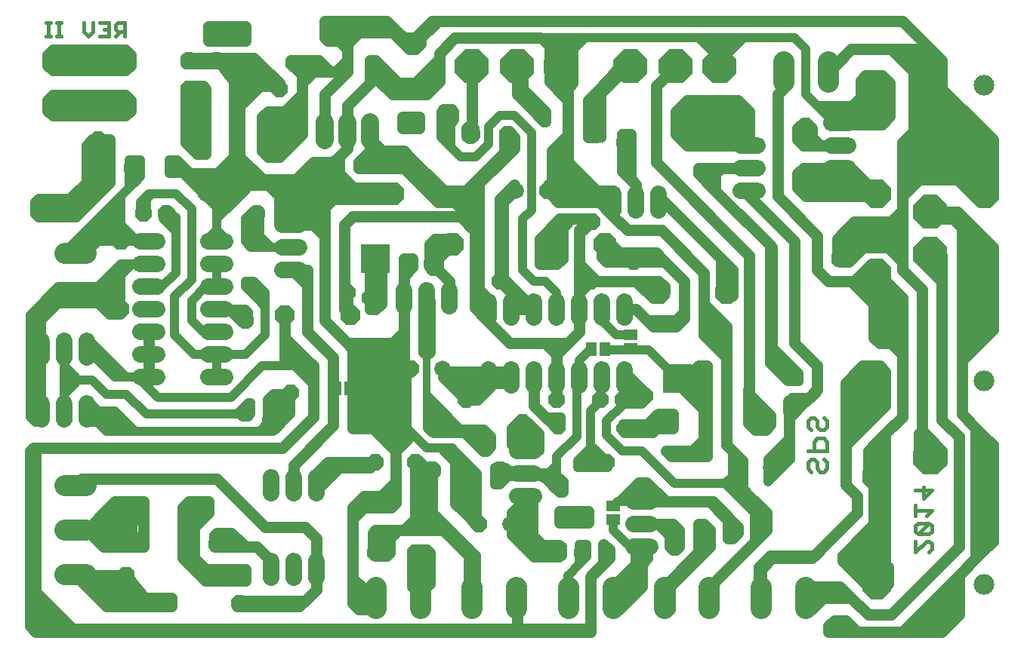
<source format=gbr>
G75*
%MOIN*%
%OFA0B0*%
%FSLAX24Y24*%
%IPPOS*%
%LPD*%
%AMOC8*
5,1,8,0,0,1.08239X$1,22.5*
%
%ADD10C,0.0180*%
%ADD11C,0.0150*%
%ADD12R,0.1000X0.1500*%
%ADD13R,0.2250X0.3500*%
%ADD14C,0.0920*%
%ADD15C,0.0720*%
%ADD16OC8,0.0720*%
%ADD17C,0.0720*%
%ADD18C,0.0872*%
%ADD19C,0.0833*%
%ADD20C,0.0840*%
%ADD21OC8,0.0760*%
%ADD22R,0.1280X0.1280*%
%ADD23OC8,0.1000*%
%ADD24C,0.0912*%
%ADD25C,0.0800*%
%ADD26R,0.0630X0.0460*%
%ADD27R,0.0460X0.0630*%
%ADD28C,0.1000*%
%ADD29C,0.0500*%
%ADD30C,0.0400*%
%ADD31C,0.0700*%
%ADD32C,0.0320*%
%ADD33OC8,0.1250*%
%ADD34OC8,0.1500*%
%ADD35OC8,0.0700*%
%ADD36OC8,0.0860*%
D10*
X041520Y019108D02*
X041657Y018971D01*
X041520Y019108D02*
X041520Y019381D01*
X041657Y019518D01*
X041794Y019518D01*
X041930Y019381D01*
X041930Y019108D01*
X042067Y018971D01*
X042204Y018971D01*
X042341Y019108D01*
X042341Y019381D01*
X042204Y019518D01*
X042341Y019892D02*
X041520Y019892D01*
X041794Y019892D02*
X041794Y020302D01*
X041930Y020439D01*
X042204Y020439D01*
X042341Y020302D01*
X042341Y019892D01*
X042204Y020813D02*
X042067Y020813D01*
X041930Y020949D01*
X041930Y021223D01*
X041794Y021360D01*
X041657Y021360D01*
X041520Y021223D01*
X041520Y020949D01*
X041657Y020813D01*
X042204Y020813D02*
X042341Y020949D01*
X042341Y021223D01*
X042204Y021360D01*
X011340Y038233D02*
X011340Y038814D01*
X011050Y038814D01*
X010953Y038717D01*
X010953Y038524D01*
X011050Y038427D01*
X011340Y038427D01*
X011147Y038427D02*
X010953Y038233D01*
X010640Y038233D02*
X010253Y038233D01*
X010447Y038524D02*
X010640Y038524D01*
X010640Y038814D02*
X010640Y038233D01*
X010640Y038814D02*
X010253Y038814D01*
X009940Y038814D02*
X009940Y038427D01*
X009747Y038233D01*
X009553Y038427D01*
X009553Y038814D01*
X008541Y038814D02*
X008347Y038814D01*
X008444Y038814D02*
X008444Y038233D01*
X008541Y038233D02*
X008347Y038233D01*
X008074Y038233D02*
X007881Y038233D01*
X007978Y038233D02*
X007978Y038814D01*
X008074Y038814D02*
X007881Y038814D01*
D11*
X046270Y018157D02*
X046981Y018157D01*
X046625Y017801D01*
X046625Y018275D01*
X046270Y017483D02*
X046270Y017010D01*
X046270Y017246D02*
X046981Y017246D01*
X046744Y017010D01*
X046862Y016691D02*
X046388Y016691D01*
X046270Y016573D01*
X046270Y016336D01*
X046388Y016218D01*
X046862Y016691D01*
X046981Y016573D01*
X046981Y016336D01*
X046862Y016218D01*
X046388Y016218D01*
X046270Y015900D02*
X046270Y015426D01*
X046744Y015900D01*
X046862Y015900D01*
X046981Y015781D01*
X046981Y015544D01*
X046862Y015426D01*
D12*
X011430Y016643D03*
D13*
X022555Y022893D03*
D14*
X022440Y013853D02*
X022440Y012933D01*
X024420Y012933D02*
X024420Y013853D01*
X026690Y013853D02*
X026690Y012933D01*
X028670Y012933D02*
X028670Y013853D01*
X030940Y013853D02*
X030940Y012933D01*
X032920Y012933D02*
X032920Y013853D01*
X035190Y013853D02*
X035190Y012933D01*
X037170Y012933D02*
X037170Y013853D01*
X039440Y013853D02*
X039440Y012933D01*
X041420Y012933D02*
X041420Y013853D01*
X009640Y014423D02*
X008720Y014423D01*
X008720Y016393D02*
X009640Y016393D01*
X009640Y018363D02*
X008720Y018363D01*
X008720Y026653D02*
X009640Y026653D01*
X009640Y028633D02*
X008720Y028633D01*
X008720Y035153D02*
X009640Y035153D01*
X009640Y037133D02*
X008720Y037133D01*
X040440Y037103D02*
X040440Y036183D01*
X042420Y036183D02*
X042420Y037103D01*
D15*
X028605Y031393D03*
X020980Y036643D03*
X014180Y035143D03*
X018680Y023843D03*
X025380Y023518D03*
X028380Y016643D03*
X038305Y016393D03*
X039880Y019143D03*
D16*
X038480Y019143D03*
X036930Y019768D03*
X035680Y019768D03*
X035243Y021143D03*
X034305Y022331D03*
X033368Y022143D03*
X032368Y022143D03*
X030430Y022143D03*
X028930Y021143D03*
X027305Y020143D03*
X024930Y021143D03*
X026430Y022143D03*
X023980Y023518D03*
X022180Y022643D03*
X018680Y022443D03*
X016680Y021643D03*
X016680Y025643D03*
X017180Y026893D03*
X021180Y026893D03*
X022180Y026643D03*
X023930Y028143D03*
X024930Y028143D03*
X026680Y029893D03*
X029805Y028268D03*
X027930Y027393D03*
X031930Y027393D03*
X033805Y028268D03*
X031993Y030018D03*
X031993Y031018D03*
X030005Y031393D03*
X028243Y033893D03*
X026680Y033893D03*
X025743Y034706D03*
X024180Y035893D03*
X022380Y036643D03*
X024180Y037893D03*
X020430Y038268D03*
X018805Y037018D03*
X018180Y035893D03*
X016805Y037018D03*
X015430Y037143D03*
X015430Y038143D03*
X016430Y038268D03*
X014180Y037143D03*
X014180Y035893D03*
X011180Y035143D03*
X010180Y033643D03*
X011680Y032393D03*
X013680Y032393D03*
X014180Y033643D03*
X013180Y030393D03*
X012180Y030393D03*
X008180Y030393D03*
X017180Y030393D03*
X019805Y032518D03*
X021805Y032518D03*
X029743Y034706D03*
X032243Y033893D03*
X033430Y033518D03*
X037430Y033518D03*
X037430Y034268D03*
X041430Y034268D03*
X040930Y023143D03*
X040930Y022081D03*
X039743Y021143D03*
X036930Y022081D03*
X036930Y023143D03*
X032618Y019393D03*
X031555Y019393D03*
X034305Y018331D03*
X035680Y015768D03*
X036930Y015768D03*
X039305Y016393D03*
X032618Y015393D03*
X031555Y015393D03*
X026980Y016643D03*
X024180Y015393D03*
X022430Y015393D03*
X022430Y019393D03*
X023305Y020143D03*
X024180Y019393D03*
X015430Y015768D03*
X016430Y013143D03*
X012430Y013143D03*
X011430Y015768D03*
X010930Y021393D03*
X010930Y023393D03*
X011180Y037143D03*
D17*
X018320Y029893D02*
X019040Y029893D01*
X019040Y028893D02*
X018320Y028893D01*
X018320Y027893D02*
X019040Y027893D01*
X015790Y028143D02*
X015070Y028143D01*
X015070Y027143D02*
X015790Y027143D01*
X015790Y026143D02*
X015070Y026143D01*
X015070Y025143D02*
X015790Y025143D01*
X015790Y024143D02*
X015070Y024143D01*
X015070Y023143D02*
X015790Y023143D01*
X012790Y023143D02*
X012070Y023143D01*
X012070Y024143D02*
X012790Y024143D01*
X012790Y025143D02*
X012070Y025143D01*
X012070Y026143D02*
X012790Y026143D01*
X012790Y027143D02*
X012070Y027143D01*
X012070Y028143D02*
X012790Y028143D01*
X012790Y029143D02*
X012070Y029143D01*
X015070Y029143D02*
X015790Y029143D01*
X009680Y024753D02*
X009680Y024033D01*
X008680Y024033D02*
X008680Y024753D01*
X007680Y024753D02*
X007680Y024033D01*
X007680Y022003D02*
X007680Y021283D01*
X008680Y021283D02*
X008680Y022003D01*
X009680Y022003D02*
X009680Y021283D01*
X017805Y018738D02*
X017805Y018018D01*
X018805Y018018D02*
X018805Y018738D01*
X019805Y018738D02*
X019805Y018018D01*
X019805Y015018D02*
X019805Y014298D01*
X018805Y014298D02*
X018805Y015018D01*
X017805Y015018D02*
X017805Y014298D01*
X028695Y017893D02*
X029415Y017893D01*
X029415Y018893D02*
X028695Y018893D01*
X028695Y019893D02*
X029415Y019893D01*
X029430Y022783D02*
X029430Y023503D01*
X030430Y023503D02*
X030430Y022783D01*
X031430Y022783D02*
X031430Y023503D01*
X032430Y023503D02*
X032430Y022783D01*
X033430Y022783D02*
X033430Y023503D01*
X033430Y025783D02*
X033430Y026503D01*
X032430Y026503D02*
X032430Y025783D01*
X031430Y025783D02*
X031430Y026503D01*
X030430Y026503D02*
X030430Y025783D01*
X029430Y025783D02*
X029430Y026503D01*
X028430Y026503D02*
X028430Y025783D01*
X027430Y025783D02*
X027430Y026503D01*
X025680Y026283D02*
X025680Y027003D01*
X024680Y027003D02*
X024680Y026283D01*
X023680Y026283D02*
X023680Y027003D01*
X027430Y023503D02*
X027430Y022783D01*
X028430Y022783D02*
X028430Y023503D01*
X033820Y017643D02*
X034540Y017643D01*
X034540Y016643D02*
X033820Y016643D01*
X033820Y015643D02*
X034540Y015643D01*
X034930Y030533D02*
X034930Y031253D01*
X033930Y031253D02*
X033930Y030533D01*
X032930Y030533D02*
X032930Y031253D01*
X038570Y031393D02*
X039290Y031393D01*
X039290Y032393D02*
X038570Y032393D01*
X038570Y033393D02*
X039290Y033393D01*
X042570Y033393D02*
X043290Y033393D01*
X043290Y032393D02*
X042570Y032393D01*
X042570Y034393D02*
X043290Y034393D01*
D18*
X037649Y036893D03*
X035680Y036893D03*
X033711Y036893D03*
X030649Y036893D03*
X028680Y036893D03*
X026711Y036893D03*
D19*
X017680Y034393D03*
X017680Y033143D03*
X014680Y033143D03*
X014680Y034393D03*
X024930Y019018D03*
X027930Y019018D03*
D20*
X014993Y031331D03*
X009993Y031331D03*
D21*
X011180Y029143D03*
X011180Y026143D03*
X011930Y017518D03*
X014930Y017518D03*
X016430Y014393D03*
X011430Y014393D03*
X030430Y015393D03*
X030430Y018393D03*
X043180Y015143D03*
X043180Y012143D03*
X042930Y028393D03*
X042930Y031393D03*
D22*
X035743Y023081D03*
X022430Y028393D03*
D23*
X025805Y029018D03*
X023180Y031268D03*
X032555Y029018D03*
X034930Y026893D03*
X037930Y026893D03*
X021680Y021143D03*
X017930Y021143D03*
D24*
X044568Y022978D03*
X049292Y022978D03*
X046930Y019569D03*
X049292Y018781D03*
X044568Y018781D03*
X044568Y013978D03*
X049292Y013978D03*
X049292Y027781D03*
X046930Y028569D03*
X046930Y030468D03*
X049292Y031256D03*
X044568Y031256D03*
X044568Y027781D03*
X044568Y036059D03*
X049292Y036059D03*
D25*
X022180Y034418D02*
X022180Y033618D01*
X021180Y033618D02*
X021180Y034418D01*
X020180Y034418D02*
X020180Y033618D01*
D26*
X033680Y025006D03*
X033680Y024406D03*
X032930Y017443D03*
X032930Y016843D03*
D27*
X032543Y024393D03*
X031943Y024393D03*
X021293Y022643D03*
X020693Y022643D03*
D28*
X025180Y031268D03*
D29*
X007430Y012393D02*
X007430Y011893D01*
X007180Y012143D01*
X007180Y014143D01*
X007430Y014143D01*
X007430Y013643D01*
X009180Y011893D01*
X008680Y011893D01*
X007680Y012893D01*
X007680Y012393D01*
X007930Y012143D01*
X007805Y012018D02*
X028430Y012018D01*
X028305Y011893D01*
X009180Y011893D01*
X008680Y011893D02*
X007430Y011893D01*
X007805Y012018D02*
X007430Y012393D01*
X007430Y013643D01*
X007430Y014143D02*
X007430Y020018D01*
X007305Y020018D01*
X007180Y019893D01*
X007180Y014143D01*
X008960Y014393D02*
X009180Y014423D01*
X009180Y014393D02*
X010555Y013018D01*
X010680Y013018D01*
X012930Y013018D01*
X013430Y013018D01*
X013430Y013393D01*
X013180Y013393D01*
X013430Y013143D01*
X013180Y013393D02*
X012930Y013393D01*
X011680Y013393D01*
X011930Y013143D01*
X010930Y013143D01*
X009680Y014143D01*
X010430Y014143D01*
X011180Y013393D01*
X011180Y013643D01*
X010680Y014143D01*
X010930Y014143D01*
X011430Y014393D01*
X012430Y013143D01*
X012930Y013393D01*
X012930Y013018D02*
X012430Y013143D01*
X011930Y013143D01*
X011680Y013393D02*
X011180Y013893D01*
X011430Y014393D01*
X009180Y014393D01*
X008960Y014393D01*
X010430Y015643D02*
X012180Y015643D01*
X012055Y015643D02*
X012180Y015768D01*
X012180Y016143D01*
X011430Y015768D01*
X012055Y015643D01*
X012180Y016143D02*
X012180Y017643D01*
X010930Y017643D01*
X009680Y016393D01*
X010430Y015643D01*
X011430Y015768D01*
X011930Y017518D01*
X010930Y017143D02*
X010430Y016643D01*
X010430Y016393D01*
X010680Y016143D01*
X010680Y015893D02*
X010930Y015893D01*
X010930Y017143D01*
X010180Y016393D02*
X009680Y016393D01*
X009180Y016393D01*
X010180Y016393D02*
X010680Y015893D01*
X013930Y015143D02*
X014430Y014643D01*
X014680Y014643D01*
X016180Y014643D01*
X016680Y014643D01*
X016680Y014143D01*
X014930Y014143D01*
X014180Y014893D01*
X014180Y017643D01*
X013930Y017393D01*
X013930Y015143D01*
X014430Y015143D02*
X015180Y014393D01*
X015430Y014393D01*
X014680Y014643D02*
X014430Y014893D01*
X014430Y015143D01*
X014430Y016518D01*
X015055Y017143D01*
X014430Y017143D01*
X014430Y016518D01*
X015055Y017143D02*
X015055Y017643D01*
X014430Y017643D01*
X014930Y017518D01*
X014430Y017643D02*
X014180Y017643D01*
X015430Y018643D02*
X009460Y018643D01*
X009180Y018363D01*
X007430Y020018D02*
X018305Y020018D01*
X019680Y021393D01*
X019680Y022893D01*
X019680Y023143D01*
X018930Y023893D01*
X018680Y023893D01*
X018430Y024143D01*
X018430Y024643D01*
X018430Y024893D01*
X018555Y024768D01*
X018430Y024643D01*
X018555Y024768D02*
X019430Y023893D01*
X018680Y024393D01*
X018680Y023893D01*
X019680Y022893D01*
X019680Y023143D02*
X019680Y023643D01*
X019430Y023893D01*
X018930Y023893D01*
X018680Y023843D02*
X018480Y023843D01*
X018430Y023893D01*
X018430Y024143D01*
X018430Y024893D02*
X018430Y025893D01*
X019430Y025143D02*
X020555Y024018D01*
X020555Y022643D01*
X020555Y021018D01*
X018805Y019268D01*
X018805Y018018D01*
X019805Y018018D02*
X019805Y018643D01*
X020305Y019143D01*
X020805Y019143D01*
X019805Y018143D01*
X019805Y018018D01*
X019805Y018643D02*
X019805Y018768D01*
X019805Y018893D01*
X020305Y019393D01*
X022430Y019393D01*
X022180Y019143D01*
X020805Y019143D01*
X020305Y019143D02*
X022430Y019393D01*
X023305Y019893D02*
X023805Y020393D01*
X023805Y020768D01*
X023680Y020893D01*
X022680Y020893D01*
X023305Y020268D01*
X023305Y020581D01*
X022743Y021143D01*
X023555Y021956D01*
X023555Y023018D01*
X023680Y023143D01*
X023680Y021893D01*
X023180Y021893D01*
X022680Y021393D01*
X022430Y021393D01*
X022430Y022643D01*
X022680Y022893D01*
X023180Y022893D01*
X023180Y022393D01*
X022680Y021893D01*
X022680Y022393D01*
X022930Y022643D01*
X023180Y023143D02*
X022430Y023143D01*
X022180Y022893D01*
X022180Y022643D01*
X022180Y021393D01*
X021430Y021393D01*
X021430Y021268D01*
X021618Y021331D01*
X021430Y021393D01*
X021430Y022518D01*
X021430Y024393D01*
X021180Y024643D01*
X023180Y024643D01*
X023680Y025143D01*
X023680Y023643D01*
X023180Y023143D01*
X023680Y023143D02*
X023680Y023643D01*
X023980Y023518D02*
X023930Y023343D01*
X023680Y023143D01*
X024680Y024143D02*
X024805Y024268D01*
X024805Y026518D01*
X024555Y026518D01*
X024555Y024268D01*
X024680Y024143D01*
X024680Y026643D01*
X025680Y026643D02*
X025680Y027393D01*
X025180Y027893D01*
X024930Y028143D01*
X025680Y028893D01*
X025680Y029143D01*
X025805Y029268D01*
X025055Y029268D01*
X024805Y029018D01*
X024805Y028518D01*
X025243Y028956D01*
X025680Y028893D02*
X025805Y029018D01*
X026930Y029518D02*
X026180Y030268D01*
X021430Y030268D01*
X021055Y029893D01*
X021055Y026143D01*
X021118Y026081D01*
X021180Y026143D01*
X021180Y026893D01*
X022180Y026643D02*
X022430Y026643D01*
X022430Y028393D01*
X022680Y028393D02*
X022180Y028393D01*
X022180Y026143D01*
X022430Y026143D01*
X022680Y026393D01*
X022680Y028393D01*
X023680Y028393D02*
X024055Y028393D01*
X024055Y028018D01*
X023930Y027893D01*
X023930Y028143D01*
X023930Y027893D02*
X023805Y027768D01*
X023680Y028393D02*
X023680Y026643D01*
X023680Y025143D01*
X025380Y023518D02*
X025430Y023393D01*
X025430Y023143D01*
X026430Y022143D01*
X026930Y022143D01*
X027430Y022643D01*
X027430Y023393D01*
X028430Y023393D01*
X028430Y022893D01*
X026680Y022893D01*
X026180Y022893D01*
X026430Y023143D02*
X026680Y022893D01*
X026930Y022893D02*
X026930Y022643D01*
X027430Y023143D01*
X028430Y023143D01*
X027430Y023393D02*
X027180Y023393D01*
X027180Y023143D01*
X026430Y022393D01*
X026180Y022393D01*
X025680Y022893D01*
X025930Y023143D01*
X026430Y023143D01*
X026430Y023393D02*
X025430Y023393D01*
X026430Y023393D02*
X027180Y023393D01*
X026930Y022893D02*
X026430Y023393D01*
X026930Y022643D02*
X026430Y022143D01*
X025180Y021643D02*
X025180Y021393D01*
X025430Y021143D01*
X025618Y021331D01*
X026118Y020831D01*
X027180Y020831D01*
X027493Y020518D01*
X027493Y020081D01*
X027305Y019893D01*
X027305Y020143D01*
X026930Y020518D01*
X026618Y020518D01*
X026368Y020768D01*
X025055Y020768D01*
X024993Y020706D01*
X026555Y020706D01*
X026305Y020768D02*
X025305Y020768D01*
X025180Y020893D01*
X026305Y020768D02*
X027180Y019893D01*
X027305Y019893D01*
X026430Y019143D02*
X026430Y018143D01*
X026680Y017643D02*
X026680Y018893D01*
X026430Y019143D01*
X024930Y019143D02*
X024430Y019143D01*
X024430Y017143D01*
X024305Y017143D02*
X024305Y017518D01*
X024930Y017143D01*
X024930Y016643D01*
X025055Y016643D02*
X024305Y017143D01*
X024180Y016893D02*
X024680Y016393D01*
X025430Y016393D01*
X026555Y015268D01*
X026555Y013268D01*
X026680Y013268D01*
X026805Y013393D01*
X026805Y015268D01*
X026680Y015393D01*
X024930Y017143D01*
X024930Y019018D01*
X024555Y019018D01*
X024430Y019143D02*
X024180Y019143D01*
X024180Y019393D01*
X024180Y019143D02*
X024180Y018393D01*
X024805Y019018D01*
X024930Y019018D01*
X024180Y018393D02*
X024180Y016893D01*
X023680Y016393D01*
X023430Y016393D01*
X023305Y016393D01*
X022805Y015893D01*
X022555Y016018D02*
X022555Y015393D01*
X022430Y015393D02*
X022430Y015268D01*
X022930Y015268D01*
X023055Y015393D01*
X023055Y016018D01*
X023430Y016393D01*
X023305Y016393D02*
X022930Y016393D01*
X022555Y016018D01*
X022430Y015893D01*
X022430Y016393D01*
X022305Y016268D01*
X022305Y015518D01*
X022430Y015393D01*
X022430Y015893D01*
X022430Y016393D02*
X022930Y016393D01*
X023680Y016393D02*
X024180Y016393D01*
X024680Y016393D01*
X024180Y016393D02*
X024180Y016893D01*
X024930Y017143D02*
X025430Y016393D01*
X024680Y015518D02*
X024180Y015518D01*
X024180Y015393D01*
X024305Y015268D01*
X024305Y013393D01*
X024420Y013393D02*
X024170Y015383D01*
X024180Y015393D01*
X024055Y015268D01*
X024055Y013893D01*
X024180Y013768D01*
X024180Y013393D01*
X024555Y013768D02*
X024805Y014018D01*
X024805Y015393D01*
X024680Y015518D01*
X026555Y015268D02*
X026680Y015143D01*
X026680Y015393D01*
X026680Y015143D02*
X026680Y013393D01*
X026690Y013393D01*
X028670Y013393D02*
X028680Y013393D01*
X028680Y011893D01*
X031680Y011893D01*
X031930Y011893D01*
X031930Y012018D01*
X031930Y014331D01*
X032743Y015143D01*
X032743Y015268D01*
X032680Y015331D01*
X032680Y015393D01*
X032618Y015393D02*
X032743Y015518D01*
X032493Y015768D01*
X032493Y015018D01*
X032618Y015331D02*
X032618Y015393D01*
X033930Y015643D02*
X033930Y014643D01*
X034180Y014643D02*
X034180Y013893D01*
X033680Y013393D01*
X033180Y012893D01*
X032930Y013893D01*
X034180Y015143D01*
X034180Y015643D01*
X034430Y015393D01*
X034430Y015143D01*
X034180Y014893D01*
X034180Y014643D01*
X034180Y014893D02*
X034180Y015143D01*
X035430Y015643D02*
X035430Y016143D01*
X034930Y016643D01*
X035555Y016268D01*
X035680Y016393D01*
X035805Y016393D01*
X035805Y015643D01*
X035680Y015518D01*
X035555Y015518D01*
X035430Y015643D01*
X035680Y015768D02*
X035680Y015518D01*
X035680Y015768D02*
X035680Y015893D01*
X035430Y016143D01*
X035680Y016393D02*
X035680Y015768D01*
X035805Y016393D02*
X035555Y016643D01*
X034930Y016643D01*
X034180Y016643D01*
X034930Y016643D02*
X035805Y016393D01*
X036680Y016393D02*
X036680Y016643D01*
X036930Y016643D01*
X037180Y016393D01*
X037180Y015643D01*
X036930Y015768D01*
X036930Y015643D01*
X035180Y013893D01*
X035190Y013903D02*
X036930Y015393D01*
X037180Y015643D01*
X036930Y015768D02*
X036930Y016393D01*
X037180Y016393D01*
X036930Y016393D02*
X036680Y016393D01*
X036680Y015143D01*
X035430Y013893D01*
X035430Y012893D01*
X035180Y013393D01*
X035190Y013393D02*
X035190Y013903D01*
X033680Y013393D02*
X032930Y013393D01*
X032920Y013393D01*
X031930Y012018D02*
X028430Y012018D01*
X028305Y011893D02*
X028680Y011893D01*
X029680Y015393D02*
X029180Y015893D01*
X029180Y016593D01*
X028380Y016643D01*
X029180Y016693D01*
X029055Y017893D01*
X029805Y018768D02*
X030055Y018893D01*
X029743Y018893D01*
X030555Y018081D01*
X030680Y018081D01*
X030680Y018518D01*
X030368Y018831D01*
X030430Y018643D02*
X030430Y018393D01*
X029743Y018893D02*
X029680Y018893D01*
X029180Y018893D01*
X029055Y018893D01*
X028930Y020143D02*
X029618Y020143D01*
X030368Y020956D02*
X030493Y020956D01*
X030555Y020956D01*
X030430Y021018D01*
X030368Y021268D01*
X030180Y021143D02*
X030368Y020956D01*
X030180Y021143D02*
X029930Y021393D01*
X029430Y021893D01*
X029430Y023143D01*
X030430Y023143D02*
X030430Y022143D01*
X030430Y023143D02*
X030430Y024143D01*
X029930Y024643D01*
X030930Y024643D01*
X031430Y025143D01*
X031430Y026143D01*
X031430Y026893D01*
X031430Y028143D01*
X032180Y027393D01*
X033930Y027393D01*
X034680Y026643D01*
X034930Y026643D01*
X035180Y026893D01*
X035180Y027143D01*
X034930Y027393D01*
X034430Y027393D01*
X034930Y026893D01*
X034430Y027393D02*
X033930Y027393D01*
X033805Y028268D02*
X035055Y028393D01*
X035180Y028268D01*
X033305Y028268D01*
X032618Y028268D01*
X032430Y028456D01*
X032430Y029018D01*
X032555Y029018D02*
X032680Y029143D01*
X033180Y028643D01*
X033305Y028268D01*
X033180Y028393D02*
X032680Y028893D01*
X033180Y028643D02*
X034805Y028643D01*
X035055Y028393D01*
X035180Y028268D02*
X036055Y027393D01*
X036055Y026018D01*
X036055Y025768D01*
X035680Y025393D01*
X034680Y025393D01*
X034430Y025643D01*
X033930Y026143D01*
X033430Y026143D01*
X034430Y025643D02*
X035680Y025643D01*
X036055Y026018D01*
X036930Y026393D02*
X036930Y025018D01*
X037555Y024393D01*
X037930Y024018D01*
X037930Y024518D01*
X037805Y024518D01*
X037180Y025143D01*
X037180Y025643D01*
X037680Y025143D01*
X037680Y024643D01*
X037555Y024393D01*
X037805Y024518D01*
X037930Y024518D02*
X037930Y025393D01*
X036930Y026393D01*
X036930Y027768D01*
X035055Y029643D01*
X033555Y029643D01*
X032930Y030268D01*
X032305Y030893D01*
X031993Y031018D02*
X031930Y030893D01*
X031680Y031393D02*
X032930Y031393D01*
X032930Y031143D01*
X032930Y030893D02*
X032930Y030268D01*
X032930Y030893D02*
X032680Y030893D01*
X031430Y031643D01*
X030430Y032643D01*
X030430Y032393D02*
X030930Y031893D01*
X031430Y031643D02*
X030055Y031643D01*
X030005Y031393D01*
X030430Y031393D02*
X030430Y032393D01*
X030930Y032643D02*
X030930Y033393D01*
X030680Y033143D01*
X030555Y033018D02*
X030930Y032643D01*
X032680Y030893D01*
X031930Y030143D02*
X031055Y030143D01*
X030930Y030143D01*
X030055Y029268D01*
X030055Y028518D01*
X030180Y028393D01*
X030180Y029143D01*
X030305Y029268D01*
X029805Y029393D02*
X029680Y029268D01*
X029680Y028268D01*
X029805Y028143D01*
X030430Y028143D01*
X030680Y028393D01*
X030680Y029768D01*
X031055Y030143D01*
X030930Y030143D02*
X030555Y030143D01*
X029805Y029393D01*
X029805Y028268D01*
X029680Y028268D02*
X029680Y028143D01*
X028430Y027143D02*
X029430Y026143D01*
X028430Y026143D01*
X028430Y026643D01*
X028680Y026393D01*
X029430Y026393D01*
X028430Y026643D02*
X028430Y026893D01*
X028430Y027143D01*
X028055Y027518D01*
X028055Y030018D01*
X028055Y030893D01*
X028555Y031643D01*
X028555Y031393D01*
X028055Y030893D01*
X027930Y030768D01*
X027930Y029393D01*
X028055Y030018D01*
X027930Y029393D02*
X027930Y027393D01*
X028430Y026893D01*
X027430Y026393D02*
X027430Y026143D01*
X027430Y025581D01*
X028368Y024643D01*
X029930Y024643D01*
X030430Y024143D02*
X030930Y024643D01*
X033430Y023143D02*
X033430Y022206D01*
X033368Y022143D01*
X032368Y022143D02*
X032368Y022081D01*
X033430Y023143D02*
X033618Y023143D01*
X034305Y022456D01*
X034305Y022331D01*
X034930Y021518D02*
X035555Y021518D01*
X035555Y020893D01*
X034930Y020893D01*
X034930Y021518D01*
X035243Y019893D02*
X035493Y019643D01*
X036493Y019643D01*
X036680Y019893D01*
X036430Y019893D01*
X035680Y019893D01*
X035680Y019768D01*
X035493Y019643D01*
X035680Y019768D02*
X036930Y019768D01*
X036930Y019643D01*
X037055Y019643D01*
X037055Y023518D01*
X037055Y023643D01*
X036930Y023643D01*
X037055Y023518D01*
X036930Y023643D02*
X036680Y023643D01*
X036180Y023143D01*
X035930Y022893D01*
X036180Y022893D01*
X036930Y022143D01*
X036930Y022081D01*
X036930Y021643D01*
X036930Y020393D01*
X036930Y019893D01*
X036680Y019893D01*
X036430Y019893D02*
X036930Y020393D01*
X036930Y019893D02*
X036930Y019768D01*
X036930Y019643D02*
X036493Y019643D01*
X035680Y019893D02*
X035243Y019893D01*
X037930Y020143D02*
X038180Y019893D01*
X038493Y019581D01*
X038493Y019393D01*
X038480Y019381D01*
X038480Y019143D01*
X038493Y019081D02*
X038493Y019393D01*
X038493Y019081D02*
X038493Y018143D01*
X038930Y017893D01*
X039305Y017518D01*
X039680Y017143D01*
X039680Y016393D01*
X039305Y016018D01*
X039305Y016393D01*
X039305Y017518D01*
X039180Y017393D02*
X039180Y015893D01*
X039305Y016018D01*
X039180Y015893D02*
X037180Y013893D01*
X037170Y013893D01*
X037170Y013393D01*
X039368Y013893D02*
X039368Y014768D01*
X039868Y015268D01*
X041805Y015268D01*
X042180Y015643D01*
X041680Y015143D02*
X043680Y017143D01*
X043680Y017893D01*
X043180Y018393D01*
X043180Y020143D01*
X043180Y020643D01*
X044680Y022143D01*
X044680Y023393D01*
X044180Y023393D01*
X043430Y022643D01*
X043430Y022143D01*
X044180Y022893D01*
X044180Y022643D01*
X044430Y022393D01*
X043430Y021393D01*
X043180Y021590D02*
X043180Y020643D01*
X044180Y019893D02*
X044568Y020281D01*
X044568Y018781D01*
X044568Y015143D01*
X043180Y015143D01*
X043055Y015143D01*
X043055Y015018D01*
X044305Y013768D01*
X044305Y014893D01*
X044430Y015018D01*
X043555Y015018D01*
X044180Y014393D01*
X044180Y014143D01*
X044680Y013643D01*
X045055Y014018D01*
X045055Y014768D01*
X044555Y015268D01*
X044555Y015018D01*
X044930Y014643D01*
X044930Y020643D01*
X044568Y020281D01*
X044930Y020643D02*
X045680Y021393D01*
X045680Y024143D01*
X045180Y024643D01*
X044680Y024643D01*
X044430Y024893D01*
X044430Y025393D01*
X045180Y024643D01*
X045680Y024643D02*
X045680Y024143D01*
X045680Y024643D02*
X044430Y025893D01*
X044430Y026393D01*
X044680Y026393D01*
X044430Y026393D02*
X045680Y025143D01*
X045680Y024643D01*
X045680Y025143D02*
X045680Y025768D01*
X044305Y027143D01*
X043805Y027143D01*
X043680Y027268D01*
X044055Y027268D01*
X044305Y027518D01*
X044680Y027143D01*
X044930Y026893D02*
X045680Y026143D01*
X045680Y025768D01*
X045680Y026143D02*
X045680Y026643D01*
X044568Y027756D01*
X044568Y027781D01*
X044542Y027781D01*
X044680Y028143D02*
X044305Y028143D01*
X043555Y027393D01*
X043430Y027393D01*
X042430Y027393D01*
X041930Y027893D01*
X041930Y029393D01*
X040180Y031143D01*
X040180Y035643D01*
X040430Y035893D01*
X040430Y036633D01*
X040440Y036643D01*
X042420Y036643D02*
X042680Y036893D01*
X043430Y037643D01*
X045180Y037643D01*
X046180Y036643D01*
X046180Y034018D01*
X045680Y033518D01*
X045680Y031143D01*
X045680Y030518D01*
X045180Y030018D01*
X043555Y030018D01*
X043180Y029643D01*
X043430Y029393D01*
X044430Y029393D01*
X044680Y029643D01*
X044180Y029643D01*
X043680Y029143D01*
X043555Y029018D01*
X043680Y029018D01*
X043805Y028893D01*
X045555Y028893D01*
X045680Y029018D01*
X045680Y029393D01*
X045555Y029518D01*
X044680Y029518D01*
X044430Y029268D01*
X045305Y029268D01*
X045430Y029143D01*
X044805Y029143D01*
X045680Y028268D01*
X045680Y027893D01*
X046555Y027018D01*
X046555Y020768D01*
X046430Y020643D01*
X046430Y020393D01*
X046430Y019393D01*
X047430Y019393D01*
X047430Y019643D01*
X046680Y020393D01*
X046680Y020643D02*
X046430Y020393D01*
X046680Y020643D02*
X047430Y019893D01*
X047430Y019643D01*
X046930Y019569D02*
X046555Y019944D01*
X046555Y020768D01*
X047430Y021268D02*
X048180Y020518D01*
X048180Y015643D01*
X045180Y012643D01*
X044180Y012643D01*
X043430Y013393D01*
X042180Y013393D01*
X041680Y012893D01*
X041430Y012893D01*
X041430Y013893D01*
X042930Y013893D01*
X043430Y013393D01*
X044568Y013978D02*
X044568Y015143D01*
X044180Y015268D02*
X044555Y015643D01*
X043555Y015643D01*
X043055Y015143D01*
X043055Y015268D01*
X044430Y016643D01*
X044430Y016143D01*
X043555Y015268D01*
X044180Y015268D01*
X044430Y016643D02*
X044430Y018643D01*
X044180Y018893D01*
X044180Y019893D01*
X043180Y020143D02*
X044930Y021893D01*
X044930Y023393D01*
X044680Y023643D01*
X043930Y023643D01*
X043180Y022893D01*
X043180Y021590D01*
X044568Y022978D01*
X043430Y022143D02*
X043430Y021893D01*
X041930Y022581D02*
X041805Y022456D01*
X041430Y022081D01*
X040930Y022081D01*
X040680Y021831D01*
X040680Y021268D01*
X040680Y020456D01*
X040680Y019943D01*
X039880Y019143D01*
X038430Y018393D02*
X038430Y017956D01*
X039368Y017018D01*
X038430Y016518D02*
X037305Y017643D01*
X037180Y017643D01*
X037993Y016831D01*
X037993Y016018D01*
X038180Y016018D01*
X038430Y016268D01*
X038430Y016518D01*
X038368Y016518D02*
X038305Y016518D01*
X037993Y016831D01*
X038305Y016518D02*
X038305Y016393D01*
X036930Y015768D02*
X036930Y015393D01*
X036680Y015143D01*
X039440Y014653D02*
X039440Y013393D01*
X039430Y013393D02*
X039430Y013768D01*
X039368Y013893D01*
X039440Y014653D02*
X039930Y015143D01*
X041680Y015143D01*
X041420Y013393D02*
X042180Y013393D01*
X042680Y012393D02*
X042430Y012143D01*
X042430Y011893D01*
X043430Y011893D01*
X043680Y011893D01*
X043430Y012143D01*
X043180Y012393D01*
X042680Y012393D01*
X043180Y012143D02*
X043430Y012143D01*
X043180Y012143D02*
X043430Y011893D01*
X043680Y011893D02*
X045680Y011893D01*
X047430Y011893D01*
X048180Y012643D01*
X048180Y014393D01*
X046180Y012393D01*
X046430Y012143D01*
X046930Y012143D01*
X047930Y013143D01*
X047930Y013643D01*
X046680Y012393D01*
X046930Y012143D02*
X047180Y012143D01*
X047930Y012893D01*
X047930Y013143D01*
X046180Y012393D02*
X045680Y011893D01*
X048180Y014393D02*
X048930Y015143D01*
X048930Y020893D01*
X048305Y021518D01*
X048305Y023893D01*
X048305Y024518D01*
X049555Y025768D01*
X049555Y027518D01*
X049680Y027643D01*
X049680Y027393D01*
X048430Y026143D01*
X048430Y025393D01*
X048680Y025143D01*
X048680Y025393D01*
X049430Y026143D01*
X049430Y026643D01*
X048680Y025893D01*
X048680Y025393D01*
X048305Y024518D02*
X048305Y026518D01*
X048305Y029768D01*
X047930Y030143D01*
X048055Y030143D01*
X048805Y029393D01*
X048805Y027143D01*
X048680Y027018D01*
X048680Y028893D01*
X049180Y029393D01*
X049680Y028893D01*
X049680Y027643D01*
X049680Y027393D02*
X049680Y025268D01*
X048305Y023893D01*
X048305Y026518D02*
X049180Y027393D01*
X049180Y027794D01*
X049292Y027781D01*
X049180Y027893D01*
X049180Y029393D01*
X048105Y030468D01*
X046930Y030468D01*
X047180Y030143D02*
X047930Y030143D01*
X049118Y030893D02*
X047868Y032143D01*
X048180Y032143D01*
X048930Y031393D01*
X049180Y031643D02*
X049292Y031531D01*
X049292Y031256D01*
X049430Y031143D02*
X049180Y030893D01*
X049118Y030893D01*
X049430Y031143D02*
X049430Y031893D01*
X046180Y031893D01*
X045930Y031643D01*
X046180Y031643D01*
X046930Y032393D01*
X048180Y032393D01*
X048430Y032143D01*
X048180Y032643D02*
X047430Y032643D01*
X047180Y032643D01*
X046930Y032393D01*
X047430Y032643D02*
X047430Y035393D01*
X049430Y033393D01*
X049430Y032893D01*
X047680Y034643D01*
X047680Y034143D01*
X049180Y032643D01*
X049180Y032143D01*
X047680Y033643D01*
X047680Y033143D01*
X047930Y032893D01*
X048430Y032893D01*
X049430Y031893D01*
X049430Y032893D01*
X049180Y032143D02*
X049180Y031643D01*
X048180Y032643D01*
X047180Y032893D02*
X046180Y031893D01*
X046180Y031643D02*
X045680Y031143D01*
X045680Y030518D02*
X045680Y029643D01*
X044680Y029643D01*
X044430Y029393D02*
X043305Y028268D01*
X043055Y028268D01*
X042930Y028268D01*
X042805Y028393D01*
X042805Y029268D01*
X043180Y029643D01*
X043680Y029643D01*
X043680Y029143D01*
X043555Y029018D02*
X043180Y028643D01*
X043180Y028393D01*
X043055Y028268D01*
X042930Y028268D02*
X042930Y028393D01*
X042930Y028893D01*
X043680Y029643D01*
X044180Y029643D01*
X044680Y029143D02*
X044805Y029143D01*
X045680Y029018D02*
X045680Y028268D01*
X044930Y027893D02*
X044930Y026893D01*
X044430Y026393D02*
X043430Y027393D01*
X044680Y028143D02*
X044930Y027893D01*
X046680Y028143D02*
X046930Y027893D01*
X047430Y027393D01*
X047430Y028518D01*
X047305Y028643D01*
X047180Y028643D01*
X046930Y028569D02*
X046930Y027893D01*
X047430Y027393D02*
X047430Y021268D01*
X048930Y020893D02*
X049292Y020531D01*
X049680Y020143D01*
X049680Y015893D01*
X049292Y015506D01*
X049292Y018781D01*
X049292Y020531D01*
X044430Y018768D02*
X044430Y018643D01*
X039743Y021143D02*
X039243Y021331D01*
X038930Y021643D01*
X038930Y022456D01*
X038930Y028518D01*
X034805Y032643D01*
X034805Y036018D01*
X035680Y036893D01*
X037180Y037893D02*
X038180Y037893D01*
X037680Y037393D01*
X037680Y037143D01*
X037680Y036893D01*
X037649Y036893D02*
X037649Y037893D01*
X037649Y037925D01*
X037430Y035393D02*
X036180Y035393D01*
X035680Y034893D01*
X035680Y034143D01*
X036180Y033643D01*
X038430Y033643D01*
X038680Y033893D01*
X038430Y034143D01*
X038180Y033893D01*
X037430Y033893D01*
X037430Y034268D01*
X036180Y034143D01*
X035930Y034393D01*
X036680Y034393D01*
X037180Y033893D01*
X037430Y033893D02*
X037430Y033518D01*
X035680Y034143D01*
X035680Y033893D01*
X036180Y033393D01*
X038930Y033393D01*
X038930Y034893D01*
X038430Y035393D01*
X038180Y035393D01*
X038680Y034893D01*
X038680Y034643D01*
X038180Y035143D01*
X038180Y035393D02*
X037430Y035393D01*
X038680Y034143D01*
X037430Y034268D01*
X037680Y034643D02*
X037930Y034393D01*
X036180Y034393D01*
X035930Y034643D02*
X037680Y034643D01*
X037430Y035143D02*
X036430Y035143D01*
X035930Y034643D01*
X037430Y035143D02*
X038430Y034143D01*
X038680Y034143D02*
X038930Y033893D01*
X038930Y033393D01*
X038930Y032393D02*
X037680Y032393D01*
X037180Y032393D01*
X037180Y031893D01*
X037430Y032143D01*
X037680Y032393D01*
X037430Y032143D02*
X037430Y031393D01*
X036680Y032143D01*
X036680Y032393D01*
X036930Y032393D01*
X037180Y032393D01*
X036930Y032393D02*
X036680Y032143D01*
X037430Y031393D02*
X039805Y029018D01*
X039930Y028893D01*
X039930Y024393D01*
X040930Y023143D01*
X041930Y023643D02*
X041930Y022581D01*
X041930Y023643D02*
X040930Y024643D01*
X040930Y029143D01*
X038930Y031143D01*
X038930Y031393D01*
X041055Y031518D02*
X041430Y031143D01*
X044430Y031143D01*
X044555Y031268D01*
X043430Y032393D01*
X041930Y032393D01*
X041430Y031893D01*
X041430Y031393D01*
X042930Y031393D01*
X042930Y032393D01*
X041305Y032393D01*
X041055Y032143D01*
X041055Y031518D01*
X041680Y031643D02*
X041680Y031893D01*
X041930Y032143D01*
X043180Y032143D01*
X043430Y031893D01*
X043680Y031643D02*
X041680Y031643D01*
X042930Y031393D02*
X043930Y031393D01*
X043680Y031643D01*
X043930Y031393D02*
X044180Y031393D01*
X044456Y031143D01*
X044568Y031256D01*
X045930Y031643D02*
X045930Y032143D01*
X046930Y033143D01*
X046930Y036393D01*
X046430Y036393D01*
X046430Y033643D01*
X045930Y033143D01*
X045930Y032643D01*
X046430Y033143D01*
X046430Y033643D01*
X047180Y032893D02*
X047180Y036393D01*
X046680Y036893D01*
X046180Y037393D01*
X045930Y037393D02*
X046680Y036643D01*
X046680Y036893D01*
X047430Y036643D02*
X047430Y037143D01*
X046930Y037643D01*
X045680Y038893D01*
X025180Y038893D01*
X024930Y038893D01*
X023930Y037893D01*
X023930Y037643D01*
X024180Y037643D01*
X024430Y037893D01*
X024430Y038143D01*
X025180Y038893D01*
X024930Y038893D02*
X024430Y038143D01*
X024180Y037893D01*
X023930Y037893D01*
X023680Y037893D01*
X023180Y038393D01*
X021305Y038393D01*
X021805Y038643D01*
X021868Y038581D01*
X021180Y037893D01*
X021180Y037643D01*
X020805Y038018D01*
X020305Y038018D01*
X020180Y038143D01*
X020180Y038393D01*
X020430Y038393D01*
X020430Y038268D01*
X020430Y038393D02*
X020930Y038393D01*
X021430Y038893D01*
X020180Y038893D01*
X020180Y038393D01*
X021055Y038393D02*
X021305Y038393D01*
X021430Y038893D02*
X022430Y038893D01*
X022930Y038893D01*
X023430Y038393D01*
X023180Y038393D01*
X023430Y038393D02*
X023680Y038143D01*
X024180Y037893D01*
X023930Y037643D01*
X023680Y037893D01*
X023680Y038143D01*
X024430Y038143D01*
X025243Y037456D02*
X025243Y037206D01*
X025243Y036206D01*
X024680Y035643D01*
X024430Y035643D01*
X024180Y035643D01*
X023180Y035643D01*
X022430Y036393D01*
X022180Y036143D01*
X021180Y035143D01*
X021180Y035018D02*
X021180Y034018D01*
X021180Y033268D01*
X020805Y032893D01*
X020555Y032643D01*
X019680Y032643D01*
X018930Y031893D01*
X019805Y032518D01*
X019930Y032393D01*
X020180Y032643D01*
X019805Y032518D01*
X019930Y032393D02*
X019930Y032143D01*
X019680Y032143D01*
X019680Y031893D02*
X019930Y032143D01*
X019930Y031893D01*
X020430Y032393D01*
X020180Y032393D02*
X020555Y032643D01*
X020680Y032643D01*
X020680Y032143D01*
X020805Y032143D02*
X020680Y032643D01*
X020805Y032893D02*
X020805Y032143D01*
X020680Y032268D01*
X020805Y032143D02*
X021305Y031643D01*
X021180Y031643D01*
X019930Y030393D01*
X019930Y030143D01*
X020055Y030143D02*
X019930Y030893D01*
X019430Y031393D01*
X019180Y031643D02*
X018430Y031643D01*
X018555Y031518D01*
X020180Y031518D01*
X019680Y031643D01*
X018930Y031643D01*
X018805Y031393D01*
X020055Y030143D01*
X019680Y029893D02*
X019430Y029893D01*
X018430Y030893D01*
X018180Y031143D02*
X017680Y031643D01*
X016430Y032893D01*
X016430Y032393D01*
X016930Y031893D01*
X018930Y031893D01*
X019180Y031643D01*
X019180Y031893D01*
X019680Y031893D01*
X019930Y031893D01*
X020180Y031893D01*
X020805Y032143D01*
X020680Y031893D02*
X020930Y031643D01*
X021180Y031643D01*
X021680Y032393D02*
X021680Y032643D01*
X021805Y032518D01*
X022430Y033143D01*
X022180Y033268D01*
X022180Y033143D01*
X021680Y032643D01*
X021680Y032393D02*
X023680Y032393D01*
X025180Y030893D01*
X025930Y030893D01*
X025680Y031143D01*
X026180Y031143D01*
X027430Y032393D01*
X028118Y033081D01*
X028118Y033831D01*
X028180Y033893D01*
X028243Y033893D02*
X028180Y033143D01*
X028118Y033081D01*
X028180Y033143D02*
X028180Y032893D01*
X027680Y032393D01*
X027430Y032143D01*
X026930Y031643D01*
X026680Y030893D01*
X026180Y030393D01*
X026305Y030768D01*
X026680Y029893D01*
X026680Y030268D01*
X026805Y030143D01*
X026805Y026643D01*
X026805Y026206D01*
X027430Y025581D01*
X027430Y026143D02*
X027305Y026143D01*
X026805Y026643D01*
X026930Y026643D02*
X026930Y029518D01*
X026930Y030143D01*
X026680Y029893D01*
X026430Y030393D01*
X025930Y030893D01*
X026180Y030893D01*
X025805Y031268D01*
X025180Y031268D01*
X025180Y031393D02*
X026680Y031393D01*
X026180Y030893D02*
X026180Y030393D01*
X026180Y030893D02*
X025680Y031143D01*
X023930Y032893D01*
X023055Y032893D01*
X022180Y032893D01*
X021930Y032643D01*
X023930Y032643D01*
X025180Y031393D01*
X023930Y032893D02*
X023680Y033143D01*
X022430Y033143D01*
X022180Y033268D02*
X022180Y033768D01*
X022180Y034018D01*
X023618Y034143D02*
X023680Y034143D01*
X023680Y034643D01*
X023618Y034643D01*
X023618Y034143D01*
X023680Y034143D02*
X024368Y034143D01*
X024368Y034643D01*
X024118Y034643D01*
X024180Y034393D01*
X023930Y034143D01*
X024118Y034643D02*
X023680Y034643D01*
X023180Y035643D02*
X023680Y035893D01*
X023430Y035893D01*
X023180Y036143D01*
X022430Y036893D01*
X022180Y036893D01*
X022180Y037143D01*
X022430Y037143D01*
X023430Y036143D01*
X024180Y036143D01*
X025243Y037206D01*
X024930Y036393D01*
X024930Y036143D01*
X024430Y035643D01*
X024180Y035643D02*
X024180Y035893D01*
X023680Y035893D01*
X023430Y036143D02*
X023180Y036143D01*
X024180Y035893D02*
X024430Y035893D01*
X024930Y036393D01*
X025243Y037456D02*
X025930Y038143D01*
X029680Y038143D01*
X030118Y037893D02*
X031118Y037893D01*
X031118Y036643D01*
X031118Y036143D01*
X030930Y035893D01*
X030930Y035393D01*
X030930Y035143D01*
X030930Y033393D01*
X031805Y033768D02*
X032180Y033768D01*
X032243Y033893D01*
X032180Y035643D01*
X033430Y037143D01*
X033711Y036893D01*
X033805Y037018D02*
X033805Y036643D01*
X033680Y036518D01*
X033180Y036518D01*
X031805Y035143D01*
X031805Y033768D01*
X033305Y033768D02*
X033305Y033643D01*
X033430Y033768D01*
X033430Y033518D01*
X033305Y032893D01*
X033305Y032518D01*
X033555Y032268D01*
X033305Y032268D01*
X033305Y032518D01*
X033305Y032268D02*
X033680Y031893D01*
X033930Y031643D01*
X033430Y032268D01*
X033305Y033143D01*
X033305Y032893D01*
X033305Y033143D02*
X033305Y033643D01*
X033305Y033768D02*
X033305Y033893D01*
X033680Y033893D01*
X033305Y033768D01*
X033430Y033518D02*
X033430Y032268D01*
X033680Y031893D02*
X033680Y033893D01*
X031805Y035143D02*
X031805Y035393D01*
X033430Y037018D01*
X033805Y037018D01*
X031118Y036643D02*
X030930Y036393D01*
X030680Y036393D01*
X030680Y035893D01*
X030930Y035893D02*
X030930Y036643D01*
X030430Y036643D01*
X030118Y036581D01*
X030118Y036206D01*
X030930Y035393D01*
X030680Y036393D02*
X030118Y036581D01*
X030118Y037081D01*
X030430Y037143D01*
X030118Y037143D01*
X030118Y037893D01*
X030680Y037643D02*
X030868Y037643D01*
X031118Y037893D01*
X030649Y036893D02*
X030680Y036862D01*
X030680Y036393D01*
X029930Y034893D02*
X029930Y034456D01*
X029868Y034456D01*
X029618Y034706D01*
X028743Y035581D01*
X028680Y035643D01*
X028680Y036893D01*
X028930Y036893D02*
X028930Y035893D01*
X029930Y034893D01*
X029743Y034706D02*
X029618Y034706D01*
X028555Y033768D02*
X028305Y034018D01*
X028180Y034018D01*
X028555Y033768D02*
X028555Y033268D01*
X028180Y032893D01*
X027430Y032393D02*
X027430Y032143D01*
X028555Y031643D02*
X027930Y031018D01*
X027930Y030768D01*
X028605Y031393D02*
X028555Y031643D01*
X030430Y031393D02*
X030930Y030893D01*
X031180Y030893D01*
X031930Y030143D02*
X031430Y029643D01*
X031430Y029518D01*
X031993Y030018D01*
X031430Y029518D02*
X031430Y028143D01*
X031930Y027393D02*
X032180Y027393D01*
X031930Y027393D02*
X031430Y026893D01*
X033180Y028393D02*
X033680Y028393D01*
X034930Y030643D02*
X034930Y030893D01*
X034930Y031143D01*
X035055Y031018D01*
X034930Y031268D01*
X034930Y031143D01*
X035055Y031018D02*
X035305Y030768D01*
X034930Y030768D01*
X035305Y030768D02*
X037680Y028393D01*
X037680Y026768D01*
X037805Y026643D01*
X037930Y026643D01*
X037930Y026893D01*
X037930Y028143D01*
X038180Y027893D01*
X038180Y026768D01*
X037180Y025768D02*
X037180Y025643D01*
X037930Y024018D02*
X037930Y020143D01*
X036930Y022081D02*
X036930Y022893D01*
X036180Y022893D01*
X036180Y022643D02*
X036680Y022643D01*
X036930Y022893D02*
X036930Y023143D01*
X036680Y023143D02*
X036180Y023143D01*
X035930Y022893D02*
X035743Y023081D01*
X037930Y028143D02*
X037680Y028393D01*
X033930Y030893D02*
X033930Y031643D01*
X038680Y034393D02*
X038680Y034643D01*
X041055Y034143D02*
X041055Y033643D01*
X041305Y033393D01*
X041930Y033393D01*
X041680Y033643D01*
X041680Y033768D01*
X042055Y033393D01*
X042930Y033393D01*
X042055Y033393D02*
X041930Y033393D01*
X041680Y033643D02*
X041430Y033893D01*
X041430Y034268D01*
X041430Y034393D02*
X041680Y034143D01*
X041680Y033768D01*
X041305Y034393D02*
X041055Y034143D01*
X041305Y034393D02*
X041430Y034393D01*
X042930Y034393D02*
X043930Y034393D01*
X044568Y035031D01*
X044568Y036059D01*
X044680Y036143D02*
X044180Y036143D01*
X044180Y035143D01*
X044930Y035893D02*
X044680Y036143D01*
X045680Y037393D02*
X045930Y037393D01*
X046430Y037643D02*
X045180Y037643D01*
X046430Y037643D02*
X046930Y037643D01*
X046430Y037643D02*
X047430Y036643D01*
X047430Y035893D01*
X047430Y035393D01*
X047430Y035893D02*
X049680Y033643D01*
X049680Y031393D01*
X049430Y031143D01*
X045680Y029643D02*
X045680Y029393D01*
X044430Y025893D02*
X044430Y025393D01*
X037180Y017643D02*
X037118Y017643D01*
X034180Y017643D01*
X031805Y017206D02*
X031805Y016706D01*
X030555Y016706D01*
X030555Y017206D01*
X031805Y017206D01*
X030430Y015393D02*
X029680Y015393D01*
X023305Y017581D02*
X023118Y017393D01*
X021430Y017393D01*
X021930Y017893D01*
X022680Y017893D01*
X023180Y018393D01*
X023180Y017893D01*
X022930Y017643D01*
X022180Y017643D01*
X021430Y016893D01*
X021430Y014268D01*
X022055Y013643D01*
X022180Y013393D02*
X022180Y012893D01*
X021680Y012893D01*
X021430Y013143D01*
X021430Y013393D01*
X021430Y014268D01*
X021680Y013893D02*
X021680Y013643D01*
X021430Y013393D02*
X022180Y013393D01*
X022440Y013393D01*
X019805Y013768D02*
X019305Y013268D01*
X016305Y013268D01*
X016305Y013018D01*
X016430Y013018D01*
X019055Y013018D01*
X019180Y013143D01*
X019305Y013268D01*
X019180Y013143D02*
X016430Y013143D01*
X016430Y013018D01*
X016430Y014393D02*
X016180Y014643D01*
X017180Y015643D02*
X017805Y015018D01*
X017180Y015643D02*
X016680Y015643D01*
X016180Y015643D01*
X015930Y015893D01*
X015680Y015893D01*
X015555Y016018D01*
X015430Y015768D02*
X015305Y015643D01*
X015305Y016143D01*
X015430Y016268D01*
X016055Y016268D01*
X016680Y015643D01*
X016180Y015643D02*
X015305Y015643D01*
X017555Y016518D02*
X019305Y016518D01*
X019805Y016018D01*
X019805Y015018D01*
X019805Y013768D01*
X021430Y016893D02*
X021430Y017393D01*
X023305Y017581D02*
X023305Y019893D01*
X022305Y020893D01*
X022680Y020893D01*
X022743Y021143D02*
X022180Y021143D01*
X021430Y020893D01*
X022305Y020893D01*
X022180Y021143D02*
X022180Y021393D01*
X021680Y021143D02*
X021430Y021268D01*
X021430Y020893D01*
X022743Y021143D02*
X023555Y021143D01*
X023555Y021956D01*
X023555Y021143D02*
X023305Y020581D01*
X023305Y020268D02*
X023305Y020143D01*
X023430Y020143D01*
X023305Y020143D02*
X023305Y019893D01*
X020305Y019143D02*
X019930Y018893D01*
X019805Y018768D01*
X017555Y016518D02*
X015430Y018643D01*
X017680Y020893D02*
X017680Y021143D01*
X017680Y022143D01*
X017930Y022393D01*
X018180Y022393D01*
X018630Y022393D01*
X018680Y022443D01*
X018680Y022393D02*
X018305Y022018D01*
X018305Y021518D01*
X018180Y021393D01*
X017930Y021143D02*
X017930Y022143D01*
X018180Y022393D01*
X021180Y024643D02*
X020180Y025643D01*
X020180Y029393D01*
X020180Y031518D01*
X023055Y031518D01*
X023180Y031393D01*
X023180Y031268D01*
X023180Y031143D02*
X023180Y031018D01*
X023055Y031018D01*
X022805Y031268D01*
X020055Y031268D01*
X020305Y031018D01*
X023055Y031018D01*
X024805Y028518D02*
X024805Y028393D01*
X025180Y028393D01*
X025180Y027893D01*
X024930Y027893D01*
X024805Y028018D01*
X024805Y028143D01*
X024930Y028143D01*
X024805Y028143D02*
X024805Y028393D01*
X026930Y026643D02*
X027430Y026143D01*
X021305Y025893D02*
X021118Y026081D01*
X019430Y025143D02*
X019430Y027143D01*
X019430Y027893D01*
X018680Y027893D01*
X020180Y029393D02*
X019680Y029893D01*
X019180Y030393D01*
X017930Y031643D01*
X018430Y031643D01*
X018930Y031893D01*
X019180Y031893D01*
X018180Y031143D02*
X018180Y030393D01*
X018180Y029893D01*
X019430Y029893D01*
X019180Y030393D02*
X018180Y030393D01*
X018680Y029893D01*
X017930Y031643D02*
X017680Y031643D01*
X016930Y031643D01*
X016805Y031643D01*
X015180Y031643D01*
X014993Y031331D01*
X014180Y032143D01*
X014930Y032143D01*
X016180Y032143D01*
X016180Y032893D01*
X015180Y031893D01*
X014993Y031331D01*
X014930Y032143D01*
X015180Y031893D02*
X016180Y031893D01*
X016930Y031893D01*
X016430Y032143D02*
X016430Y032393D01*
X016430Y032143D02*
X016180Y032143D01*
X016430Y035143D01*
X016430Y032893D01*
X016180Y032893D02*
X016180Y035143D01*
X017180Y036143D01*
X017430Y036143D01*
X017430Y036393D01*
X017180Y036643D01*
X017180Y036393D01*
X016430Y035643D01*
X016680Y035393D01*
X016430Y035143D01*
X016180Y035143D02*
X016180Y036143D01*
X016180Y036893D01*
X017430Y036893D01*
X017055Y037268D01*
X016430Y037268D01*
X014055Y037268D01*
X014055Y037018D01*
X015555Y037018D01*
X015680Y037143D01*
X015930Y037143D01*
X016180Y036893D02*
X015430Y037143D01*
X014180Y037143D01*
X016430Y037268D01*
X016805Y037018D01*
X017055Y037268D01*
X017430Y036893D02*
X018180Y036143D01*
X018180Y035893D01*
X018055Y036018D02*
X017430Y036393D01*
X017430Y036893D01*
X016930Y036643D02*
X016680Y036643D01*
X016430Y036393D01*
X016430Y036143D01*
X016930Y036643D01*
X016430Y036143D02*
X016430Y035643D01*
X016680Y035393D02*
X017305Y036018D01*
X018055Y036018D01*
X019180Y036143D02*
X019180Y035643D01*
X019180Y035393D01*
X018180Y034393D01*
X018180Y033893D01*
X018430Y033643D01*
X018430Y034143D01*
X018930Y034643D01*
X018930Y034143D01*
X018680Y033893D01*
X018180Y033893D02*
X018180Y033143D01*
X017930Y032893D01*
X018180Y032893D01*
X019180Y033893D01*
X019180Y035393D01*
X019180Y035643D02*
X018430Y034893D01*
X017680Y034893D01*
X017930Y034643D01*
X018180Y034643D01*
X018180Y034393D01*
X017930Y034643D02*
X017930Y032893D01*
X017680Y032893D01*
X017430Y033143D01*
X017430Y034643D01*
X017680Y034893D01*
X017680Y034393D01*
X017680Y033143D01*
X017930Y032893D01*
X020180Y034018D02*
X020180Y035643D01*
X020930Y036393D01*
X020930Y036643D01*
X020980Y036643D02*
X020980Y036443D01*
X020930Y036393D01*
X020680Y036643D01*
X021180Y037143D01*
X021180Y037643D01*
X021180Y037143D02*
X021180Y036643D01*
X020980Y036443D01*
X020680Y036643D02*
X020430Y036643D01*
X019930Y037143D01*
X019680Y037143D01*
X019680Y036643D01*
X020430Y036643D01*
X019680Y036643D02*
X019180Y036143D01*
X019180Y036518D01*
X018680Y037018D01*
X018680Y037143D01*
X019180Y037143D01*
X019180Y036893D02*
X018805Y037018D01*
X018680Y037143D02*
X019680Y037143D01*
X019180Y036893D02*
X019180Y036518D01*
X016680Y038018D02*
X016430Y038268D01*
X016680Y038643D01*
X016680Y038018D01*
X015180Y038018D01*
X015180Y038143D01*
X015430Y038143D01*
X015555Y038268D02*
X016055Y038268D01*
X016680Y038643D01*
X015430Y038643D01*
X015430Y038393D01*
X015555Y038268D01*
X015430Y038393D02*
X015305Y038643D01*
X015055Y038643D01*
X015055Y038018D01*
X015180Y038018D01*
X015305Y038643D02*
X015430Y038643D01*
X014805Y036018D02*
X014180Y036018D01*
X014055Y035893D01*
X014055Y033518D01*
X014555Y033018D01*
X014930Y033018D01*
X014930Y033143D01*
X014930Y035268D01*
X014805Y035143D01*
X014680Y035143D02*
X014680Y034393D01*
X014680Y033893D01*
X014430Y033393D01*
X014680Y033143D01*
X014930Y033143D01*
X014680Y033143D02*
X014680Y033893D01*
X014180Y033643D02*
X014430Y033393D01*
X014430Y035893D01*
X014680Y035893D01*
X014930Y035643D01*
X014930Y035893D01*
X014805Y036018D01*
X014930Y035643D02*
X014930Y035268D01*
X014680Y035143D02*
X014180Y035143D01*
X014930Y035643D01*
X014180Y035893D01*
X014430Y035893D01*
X014930Y035643D02*
X014680Y034393D01*
X013680Y032393D02*
X014180Y032143D01*
X010680Y032018D02*
X010680Y031768D01*
X009180Y030268D01*
X007555Y030268D01*
X007430Y030393D01*
X007430Y030643D01*
X008930Y030643D01*
X009180Y030643D02*
X010430Y031893D01*
X010430Y033643D01*
X010680Y033643D01*
X010680Y032018D01*
X009993Y031331D01*
X010055Y033643D01*
X010180Y033643D01*
X009930Y033643D01*
X009680Y033393D01*
X009680Y031768D01*
X008930Y031018D01*
X007555Y031018D01*
X007430Y030893D01*
X007430Y030643D01*
X009993Y031331D02*
X010680Y033643D01*
X010430Y033643D02*
X010180Y033643D01*
X011180Y035143D02*
X011180Y035153D01*
X011180Y037133D02*
X011180Y037143D01*
X021868Y038581D02*
X021930Y038518D01*
X022180Y038643D02*
X022430Y038893D01*
X022430Y038643D02*
X022180Y038643D01*
X022180Y036893D02*
X022180Y036143D01*
X026680Y036862D02*
X026680Y034393D01*
X026680Y034268D01*
X026680Y033893D01*
X026680Y036862D02*
X026680Y036893D01*
X026930Y036893D01*
X026680Y037143D01*
X026680Y036893D01*
X026680Y036862D02*
X026711Y036893D01*
X015930Y026143D02*
X015680Y026143D01*
X015430Y026143D01*
X012430Y025143D02*
X012430Y024143D01*
X012430Y023143D01*
X010930Y013143D02*
X010680Y013018D01*
X048930Y015143D02*
X049292Y015506D01*
D30*
X040743Y019518D02*
X039743Y018518D01*
X039743Y019518D01*
X040680Y020456D01*
X040680Y019518D01*
X039930Y018768D01*
X039930Y019143D02*
X040743Y019956D01*
X040743Y019518D01*
X040743Y019956D02*
X040743Y021331D01*
X041493Y022081D01*
X041555Y022206D02*
X041805Y022456D01*
X041868Y022581D02*
X041555Y022268D01*
X040805Y022268D01*
X040618Y022081D01*
X040618Y021581D01*
X040680Y021518D01*
X040680Y021268D01*
X039930Y021456D02*
X039930Y021018D01*
X039680Y020768D01*
X039180Y020768D01*
X038868Y021081D01*
X038868Y022581D01*
X038930Y022456D02*
X038930Y022143D01*
X039618Y021456D01*
X039618Y021143D01*
X039743Y021018D01*
X039305Y021018D01*
X039930Y021456D02*
X038930Y022456D01*
X039805Y023768D02*
X039805Y024268D01*
X040430Y023643D01*
X040305Y023268D02*
X040618Y022956D01*
X041118Y022956D01*
X041118Y023331D01*
X039868Y024581D01*
X039805Y024268D02*
X039805Y029018D01*
X033680Y025006D02*
X033068Y025006D01*
X032430Y025643D01*
X032430Y026143D01*
X030430Y026143D02*
X030430Y026893D01*
X029930Y027393D01*
X029430Y027393D01*
X028930Y027893D01*
X028930Y030143D01*
X029305Y030518D01*
X029305Y033956D01*
X028555Y034706D01*
X027930Y034706D01*
X027430Y034206D01*
X027430Y033456D01*
X026868Y032893D01*
X026180Y032893D01*
X025743Y033331D01*
X025305Y033768D01*
X025305Y034893D01*
X025430Y035018D01*
X025805Y035018D01*
X025930Y034893D01*
X025930Y034518D01*
X025805Y034393D01*
X025805Y034518D01*
X025555Y034768D01*
X025555Y033768D01*
X025743Y033331D02*
X025743Y034706D01*
X026430Y034143D02*
X026430Y033768D01*
X026555Y033643D01*
X026680Y033643D01*
X026805Y033768D01*
X026680Y034268D01*
X026805Y034143D01*
X026805Y033893D01*
X026680Y033893D01*
X026430Y034143D02*
X026680Y034393D01*
X028180Y034018D02*
X028243Y033893D01*
X028180Y033143D02*
X027680Y032393D01*
X027055Y031768D01*
X027055Y031268D01*
X026930Y031643D01*
X026305Y030768D01*
X026680Y030643D02*
X026930Y030393D01*
X026680Y030643D02*
X026680Y030893D01*
X027055Y031268D02*
X027055Y030018D01*
X026680Y029893D01*
X027055Y030018D02*
X027055Y027018D01*
X027430Y026643D01*
X027430Y026393D01*
X023980Y023518D02*
X023805Y023218D01*
X023805Y020893D01*
X024680Y020018D01*
X025805Y020018D01*
X025930Y019893D01*
X025930Y017643D01*
X025930Y017518D01*
X026305Y017143D01*
X026930Y016518D01*
X026930Y016643D02*
X026930Y016893D01*
X026680Y017143D01*
X026680Y018643D01*
X025430Y019893D01*
X025930Y019893D02*
X026930Y018893D01*
X026930Y016893D01*
X026680Y017143D02*
X026430Y017393D01*
X026430Y017518D02*
X026180Y017393D01*
X025930Y017518D01*
X026055Y017893D01*
X025930Y017643D02*
X026180Y017393D01*
X026430Y017143D01*
X026305Y017143D01*
X026430Y017518D02*
X026180Y018268D01*
X026180Y019393D01*
X024930Y019143D02*
X024680Y019143D01*
X024305Y019518D01*
X027680Y019143D02*
X027680Y018393D01*
X027930Y018393D01*
X028430Y018893D01*
X028180Y019143D01*
X027680Y019143D01*
X027930Y019143D02*
X028055Y019143D01*
X028180Y019018D01*
X029055Y019018D01*
X029055Y018893D02*
X028805Y018893D01*
X028430Y018893D01*
X028180Y018768D02*
X027930Y019018D01*
X028180Y018768D02*
X028680Y018768D01*
X028805Y018893D01*
X029305Y018768D02*
X029805Y018768D01*
X030180Y018768D01*
X030055Y018893D02*
X030430Y019268D01*
X030430Y018643D01*
X029680Y018893D01*
X030430Y019268D02*
X030430Y019643D01*
X031305Y020518D01*
X031305Y023018D01*
X031430Y023143D01*
X031430Y023893D01*
X031930Y024393D01*
X031943Y024393D01*
X032543Y024393D02*
X032780Y024343D01*
X033618Y024343D01*
X033680Y024406D01*
X033680Y024343D01*
X034480Y024343D01*
X035743Y023081D01*
X035930Y022643D02*
X036930Y021643D01*
X036180Y022643D02*
X035930Y022643D01*
X034430Y022206D02*
X034180Y021956D01*
X033368Y021956D01*
X033430Y022018D01*
X033368Y021956D02*
X033305Y021893D01*
X032618Y021206D01*
X032618Y020581D01*
X033305Y019893D01*
X034180Y019893D01*
X035618Y018456D01*
X037868Y018456D01*
X038180Y018768D01*
X038180Y019893D01*
X038243Y019893D01*
X038680Y019456D01*
X038680Y018206D01*
X038993Y017893D01*
X038993Y017768D01*
X038555Y017768D01*
X038430Y017893D01*
X037868Y018456D01*
X037993Y018456D02*
X038180Y018768D01*
X038493Y019081D01*
X038493Y019018D01*
X038243Y018768D01*
X038243Y018268D01*
X038180Y018206D01*
X038180Y018331D01*
X037993Y018518D01*
X037993Y018456D01*
X038493Y018143D02*
X038430Y017893D01*
X035243Y017706D02*
X034868Y017706D01*
X034493Y018081D01*
X033993Y018081D01*
X033930Y018018D01*
X033805Y018018D01*
X033680Y017893D01*
X033180Y017643D02*
X034055Y018518D01*
X034430Y018518D01*
X035243Y017706D01*
X034305Y017706D02*
X034180Y017643D01*
X033180Y017643D01*
X033130Y017643D01*
X032930Y017443D01*
X032930Y016843D02*
X032930Y016393D01*
X034180Y015143D01*
X032805Y015268D02*
X032680Y015143D01*
X031930Y014393D01*
X031930Y014331D01*
X031430Y014893D02*
X031430Y015768D01*
X031743Y015768D01*
X031743Y015206D01*
X031680Y015143D01*
X031555Y015393D01*
X031680Y015143D02*
X031430Y014893D01*
X030940Y014403D01*
X030930Y014393D01*
X030930Y013643D01*
X030940Y013393D02*
X030940Y014403D01*
X030555Y015143D02*
X029430Y015143D01*
X028930Y015643D01*
X028930Y016893D01*
X028680Y017143D01*
X028430Y017143D02*
X028930Y017643D01*
X029180Y017643D01*
X029430Y017643D02*
X029555Y017893D01*
X029055Y017893D01*
X028805Y017893D01*
X028805Y015768D01*
X028430Y016143D01*
X028430Y017143D01*
X029430Y017643D02*
X029430Y016143D01*
X029805Y015768D01*
X030555Y015768D01*
X030680Y015643D01*
X030680Y015268D01*
X030555Y015143D01*
X028930Y015643D02*
X028805Y015768D01*
X032618Y015393D02*
X032680Y015518D01*
X032743Y015518D01*
X032805Y015518D01*
X032805Y015268D01*
X032680Y015143D02*
X032618Y015393D01*
X034305Y017706D02*
X034305Y018331D01*
X032680Y019143D02*
X031368Y019143D01*
X031368Y019456D01*
X031930Y020018D01*
X032055Y020018D01*
X032680Y019393D01*
X032680Y019143D01*
X032618Y019393D02*
X031555Y019393D01*
X031680Y019393D01*
X031930Y019643D01*
X031930Y020018D01*
X031930Y021643D01*
X032368Y022081D01*
X032368Y022143D02*
X032430Y022768D01*
X032305Y022893D01*
X032430Y023143D02*
X032368Y022143D01*
X033305Y021893D02*
X033368Y022143D01*
X033743Y022393D02*
X033743Y022706D01*
X034243Y022206D01*
X034430Y022206D01*
X033930Y022206D02*
X033743Y022393D01*
X033368Y021081D02*
X034430Y021081D01*
X034868Y021518D01*
X035055Y021268D02*
X035180Y020893D01*
X034930Y020893D01*
X034680Y020643D01*
X033430Y020643D01*
X033305Y020768D01*
X033305Y021018D01*
X033368Y021081D01*
X033430Y020893D02*
X034930Y020893D01*
X035055Y021268D02*
X035243Y021143D01*
X032430Y019643D02*
X031930Y019643D01*
X031430Y019393D02*
X031368Y019456D01*
X030618Y020956D02*
X030618Y021393D01*
X029930Y021393D01*
X030180Y021143D02*
X030555Y020956D01*
X029680Y020643D02*
X028930Y020393D01*
X029180Y020643D01*
X028930Y021143D01*
X029680Y020643D01*
X029180Y021143D01*
X028930Y021143D01*
X028680Y020643D01*
X028680Y020143D01*
X028680Y019893D02*
X029055Y019893D01*
X029680Y019893D01*
X029680Y020643D01*
X028930Y021143D02*
X028680Y021143D01*
X028430Y020893D01*
X028430Y020143D01*
X028680Y019893D01*
X021430Y022518D02*
X021293Y022643D01*
X020693Y022643D02*
X020555Y022643D01*
X019430Y023643D02*
X017430Y023643D01*
X016055Y022268D01*
X012805Y022268D01*
X012430Y022643D01*
X011930Y023143D01*
X012430Y023143D01*
X012430Y022643D01*
X011930Y023143D02*
X011430Y023143D01*
X010930Y023143D01*
X009680Y024393D01*
X009680Y024643D01*
X009930Y024643D01*
X010180Y024393D01*
X011180Y023393D01*
X011430Y023143D01*
X011180Y023393D02*
X010930Y023393D01*
X010555Y022393D02*
X009930Y023018D01*
X008680Y023018D01*
X008680Y023643D01*
X008680Y024393D01*
X007680Y024393D02*
X007680Y021643D01*
X007680Y021393D02*
X007680Y021143D01*
X007430Y021143D01*
X007180Y021393D01*
X007180Y025893D01*
X007680Y026393D01*
X007930Y026393D01*
X010430Y026393D01*
X010680Y026393D01*
X010930Y026143D01*
X010680Y026143D01*
X010180Y026643D01*
X010930Y027393D01*
X010930Y027893D01*
X010180Y027143D01*
X009930Y026893D01*
X008430Y026893D01*
X008430Y027143D02*
X010180Y027143D01*
X010180Y026643D02*
X010680Y026643D01*
X011180Y027143D01*
X011180Y027643D01*
X011680Y028143D01*
X011180Y028143D01*
X010930Y027893D01*
X011180Y027643D02*
X011180Y028143D01*
X011680Y028143D02*
X012430Y028143D01*
X012430Y027143D02*
X012993Y027143D01*
X013618Y027768D01*
X013618Y030206D01*
X013180Y030393D01*
X013180Y030518D01*
X013305Y030518D01*
X013555Y030268D01*
X013180Y030393D02*
X013055Y030393D01*
X013055Y030143D01*
X013555Y029643D01*
X014305Y030581D02*
X014305Y027456D01*
X013555Y026706D01*
X013555Y025018D01*
X014430Y024143D01*
X015430Y024143D01*
X016680Y024143D01*
X017555Y025018D01*
X017555Y026268D01*
X017180Y026643D01*
X017180Y027018D01*
X017055Y027143D01*
X017055Y027393D02*
X017555Y026893D01*
X017555Y026518D01*
X017555Y026268D01*
X017555Y026518D02*
X017430Y026643D01*
X017180Y026643D01*
X016680Y027143D01*
X016680Y027393D01*
X017055Y027393D01*
X017180Y026893D02*
X017430Y026643D01*
X016805Y026018D02*
X016555Y026018D01*
X016430Y025893D01*
X016430Y026018D01*
X016680Y026143D02*
X015680Y026143D01*
X015930Y026143D02*
X016555Y025518D01*
X016680Y025643D01*
X016555Y025518D02*
X016805Y025518D01*
X016805Y026018D01*
X016680Y026143D01*
X015430Y027143D02*
X014930Y027143D01*
X014305Y026518D01*
X014305Y025643D01*
X014805Y025143D01*
X015430Y025143D01*
X015430Y024143D02*
X015430Y023143D01*
X016805Y022018D02*
X016305Y021518D01*
X012305Y021518D01*
X011430Y022393D01*
X010555Y022393D01*
X010180Y021643D02*
X010930Y021643D01*
X011680Y020893D01*
X011180Y020893D01*
X010930Y021143D01*
X010680Y021393D01*
X010430Y021393D01*
X010930Y020893D01*
X010930Y021018D02*
X011180Y020768D01*
X011805Y020768D01*
X011430Y021143D01*
X011180Y021143D01*
X010930Y021143D02*
X010930Y021018D01*
X010930Y021143D02*
X010930Y021393D01*
X010430Y021393D02*
X010180Y021393D01*
X010180Y021643D02*
X009680Y022143D01*
X009680Y021643D01*
X010555Y020768D01*
X011180Y020768D01*
X011805Y020768D02*
X017305Y020768D01*
X017680Y021143D01*
X017680Y020893D02*
X017930Y021143D01*
X017680Y020893D02*
X017555Y020768D01*
X017930Y020768D01*
X018680Y021518D01*
X018680Y022393D01*
X016930Y022018D02*
X016930Y021518D01*
X016805Y021393D01*
X016555Y021393D01*
X016430Y021518D01*
X016305Y021518D01*
X016430Y021518D02*
X016555Y021518D01*
X016680Y021643D01*
X016805Y022018D02*
X016930Y022018D01*
X017305Y020768D02*
X017555Y020768D01*
X018430Y023893D02*
X019430Y023643D01*
X018680Y023843D02*
X018630Y023893D01*
X018430Y023893D01*
X019430Y027143D02*
X018680Y027893D01*
X018680Y028893D02*
X016930Y028893D01*
X016680Y029143D01*
X016680Y030143D01*
X017055Y030518D01*
X017055Y030393D02*
X017055Y029143D01*
X017180Y029143D01*
X017305Y029018D01*
X017305Y029393D02*
X017305Y030518D01*
X017180Y030518D01*
X017055Y030393D01*
X017180Y030393D01*
X017055Y030393D02*
X016930Y030393D01*
X016930Y028893D01*
X018430Y028893D01*
X018680Y028893D02*
X017805Y028893D01*
X017305Y029393D01*
X015930Y029143D02*
X015430Y029643D01*
X014930Y029143D01*
X015430Y029143D01*
X015430Y029643D01*
X015430Y030143D01*
X015430Y030643D01*
X014930Y031143D01*
X016305Y031143D01*
X016805Y031643D01*
X016305Y031643D01*
X015930Y031268D01*
X016555Y031268D01*
X016180Y030893D01*
X016180Y031893D01*
X015930Y031268D02*
X015180Y031268D01*
X014930Y031143D02*
X014805Y031268D01*
X015805Y031268D01*
X016055Y031018D01*
X015680Y031018D01*
X015555Y030893D01*
X015805Y030643D01*
X015680Y030643D01*
X015555Y030518D01*
X015430Y030143D02*
X016180Y030893D01*
X016555Y031268D02*
X016930Y031643D01*
X014930Y031643D02*
X014430Y031643D01*
X014180Y031893D01*
X013930Y032143D01*
X013305Y032143D01*
X013305Y032768D01*
X013680Y032768D01*
X014180Y032268D01*
X014180Y032143D02*
X014055Y032143D01*
X014305Y031893D01*
X014180Y031893D01*
X014180Y032143D02*
X013930Y032393D01*
X013680Y032393D01*
X013930Y032143D01*
X014055Y032143D01*
X014430Y031643D02*
X014805Y031268D01*
X014305Y030581D02*
X013618Y031268D01*
X012555Y031268D01*
X012305Y031018D01*
X012305Y030518D01*
X012180Y030393D02*
X012055Y030393D01*
X012055Y030893D01*
X012430Y031268D01*
X012555Y031268D01*
X012305Y031018D02*
X012180Y030893D01*
X012180Y030393D01*
X011180Y031143D02*
X011555Y031518D01*
X011555Y031893D01*
X011555Y032393D01*
X011555Y032768D01*
X012055Y032768D01*
X012055Y032018D01*
X011805Y031768D01*
X011805Y032393D01*
X011680Y032393D01*
X011555Y032393D01*
X011680Y032393D02*
X011680Y031643D01*
X011805Y031768D01*
X011680Y031643D02*
X011555Y031518D01*
X011180Y031143D02*
X011180Y029143D01*
X010180Y029143D01*
X009680Y028643D01*
X009180Y028643D01*
X009180Y028633D02*
X009690Y029143D01*
X010430Y029143D01*
X010430Y029893D01*
X010930Y029393D01*
X010680Y029393D01*
X010680Y030393D01*
X011930Y029143D01*
X011180Y029143D01*
X010930Y029393D01*
X010930Y030643D01*
X010680Y030643D01*
X010430Y030393D01*
X010430Y029893D01*
X010180Y029643D01*
X010180Y029393D01*
X009930Y029143D01*
X009680Y029143D01*
X010180Y029643D01*
X010430Y029143D02*
X011180Y029143D01*
X011930Y029143D02*
X012430Y029143D01*
X010680Y030643D02*
X011180Y031143D01*
X010430Y030393D02*
X008930Y028893D01*
X008930Y028643D01*
X008430Y027143D02*
X007930Y026643D01*
X008180Y026643D01*
X007930Y026393D01*
X007930Y026143D01*
X007930Y026393D02*
X007430Y025893D01*
X007430Y021393D01*
X008680Y021643D02*
X008680Y022393D01*
X009180Y022893D01*
X009180Y023143D01*
X008680Y023643D01*
X008680Y023018D02*
X008680Y021643D01*
X009680Y021393D02*
X009680Y021143D01*
X010430Y021143D01*
X010180Y024393D02*
X009680Y024393D01*
X007680Y024393D02*
X007680Y025643D01*
X008680Y026643D01*
X008180Y026643D01*
X007930Y026643D02*
X007680Y026393D01*
X008680Y026643D02*
X008690Y026653D01*
X009180Y026653D01*
X011170Y026653D01*
X011180Y026643D01*
X011180Y026143D01*
X010930Y026393D01*
X010680Y026393D01*
X010680Y025893D02*
X009930Y026643D01*
X009180Y026643D01*
X010680Y025893D02*
X011180Y025893D01*
X011180Y026143D01*
X011180Y026643D02*
X011180Y027143D01*
X015430Y027143D02*
X015430Y028143D01*
X009993Y031331D02*
X009055Y030393D01*
X008180Y030393D01*
X010180Y032643D02*
X010180Y033393D01*
X011430Y034643D02*
X008180Y034643D01*
X007930Y034893D01*
X007930Y035393D01*
X008180Y035643D01*
X008430Y035643D01*
X008180Y035393D01*
X008180Y035143D01*
X008430Y034893D01*
X008680Y034893D01*
X008680Y035143D01*
X008430Y035393D01*
X008680Y035393D01*
X008930Y035143D02*
X008930Y035643D01*
X008430Y035643D01*
X008930Y035643D02*
X011430Y035643D01*
X011680Y035393D01*
X011680Y034893D01*
X011430Y034643D01*
X011430Y036643D02*
X008930Y036643D01*
X008180Y036643D01*
X007930Y036893D01*
X007930Y037393D01*
X008180Y037643D01*
X011430Y037643D01*
X011680Y037393D01*
X011680Y036893D01*
X011430Y036643D01*
X011180Y036893D02*
X008930Y036893D01*
X008430Y036893D01*
X008680Y037143D01*
X008680Y037393D01*
X008430Y037393D01*
X008180Y037143D01*
X008430Y036893D01*
X008930Y036893D02*
X008930Y036643D01*
X011180Y036893D02*
X011180Y037143D01*
X015430Y037143D02*
X016180Y036143D01*
X022180Y033768D02*
X023055Y032893D01*
X026930Y031643D02*
X027055Y031768D01*
X030055Y031643D02*
X030055Y031518D01*
X030430Y031143D01*
X030430Y031268D01*
X030180Y031518D01*
X030180Y031268D02*
X030180Y033143D01*
X030930Y033893D01*
X030930Y035143D01*
X030930Y035393D02*
X030930Y036393D01*
X030930Y036643D01*
X030680Y037143D02*
X031680Y038143D01*
X030867Y038143D01*
X030430Y038143D01*
X030180Y038143D01*
X030680Y037643D01*
X030649Y037925D02*
X030867Y038143D01*
X030649Y037925D02*
X030430Y038143D01*
X030180Y038143D02*
X029680Y038143D01*
X030680Y037143D01*
X031680Y038143D02*
X036680Y038143D01*
X037680Y037143D01*
X038680Y038143D01*
X038305Y038143D01*
X038180Y037893D01*
X038305Y038143D02*
X037774Y038143D01*
X037430Y038143D01*
X036680Y038143D01*
X037430Y038143D02*
X037649Y037925D01*
X037649Y037893D02*
X037774Y038143D01*
X038680Y038143D02*
X040930Y038143D01*
X041430Y037643D01*
X041430Y035643D01*
X041930Y035143D01*
X043680Y035143D01*
X044680Y036143D01*
X044680Y035893D01*
X045180Y035393D01*
X045180Y036143D01*
X044805Y036518D01*
X044055Y036518D01*
X043805Y036268D01*
X043805Y035518D01*
X043305Y035018D01*
X043430Y034643D02*
X042680Y034643D01*
X042555Y034768D02*
X042430Y034893D01*
X043930Y034893D01*
X044180Y035143D01*
X044430Y035393D01*
X044180Y035393D01*
X043430Y034643D01*
X044930Y034643D01*
X044930Y035393D01*
X045180Y035393D02*
X045180Y034643D01*
X044805Y034268D01*
X044680Y034393D01*
X044805Y034268D02*
X042555Y034268D01*
X042555Y034768D01*
X042680Y034393D02*
X041930Y035143D01*
X042680Y034393D02*
X042930Y034393D01*
X032805Y030393D02*
X032305Y030893D01*
X031805Y031393D01*
X031680Y031393D01*
X030930Y031393D01*
X030180Y031143D01*
X030493Y030831D01*
X032305Y030831D01*
X031930Y030893D01*
X031680Y031143D01*
X031180Y031143D01*
X031055Y031268D01*
X031055Y031143D02*
X032305Y031143D01*
X032805Y030393D01*
X032430Y030893D02*
X032305Y030831D01*
X031055Y031143D02*
X030180Y031268D01*
X031805Y033706D02*
X032430Y033706D01*
X032430Y035893D01*
X031930Y034393D02*
X031805Y033706D01*
X039805Y023768D02*
X040305Y023268D01*
X040930Y023143D01*
X037170Y013393D02*
X037180Y013383D01*
X031930Y012018D02*
X031680Y011893D01*
D31*
X011180Y035153D02*
X009180Y035153D01*
X009180Y037133D02*
X011180Y037133D01*
D32*
X024680Y024143D02*
X024680Y022393D01*
X024680Y020893D01*
X024930Y020643D01*
X025430Y020643D01*
X025680Y020893D01*
X025680Y021393D01*
X025180Y021893D01*
X024930Y021893D01*
X024930Y020893D01*
X025180Y020893D01*
X025430Y020893D01*
X025430Y021143D01*
X025430Y021393D01*
X025180Y021893D02*
X024930Y021143D01*
X025180Y021893D02*
X024680Y022393D01*
X034180Y015143D02*
X034430Y015393D01*
X034180Y014643D02*
X034180Y014393D01*
X033430Y013643D01*
X033180Y013643D01*
X033930Y014393D01*
X033930Y014643D01*
X032930Y013643D01*
X033180Y013643D01*
X032930Y013643D02*
X032930Y013893D01*
X032930Y013643D02*
X032930Y013393D01*
D33*
X044555Y013956D03*
X044555Y018768D03*
X049305Y018768D03*
X044555Y022956D03*
X044555Y027768D03*
X049305Y027768D03*
X049305Y031268D03*
X044555Y031268D03*
X044555Y036018D03*
D34*
X037618Y036893D03*
X035680Y036893D03*
X033680Y036893D03*
X030618Y036893D03*
X028680Y036893D03*
X026680Y036893D03*
X046930Y030456D03*
X046930Y028581D03*
X046930Y019581D03*
D35*
X033430Y020893D03*
X030493Y020956D03*
D36*
X021305Y025893D03*
X018430Y025893D03*
M02*

</source>
